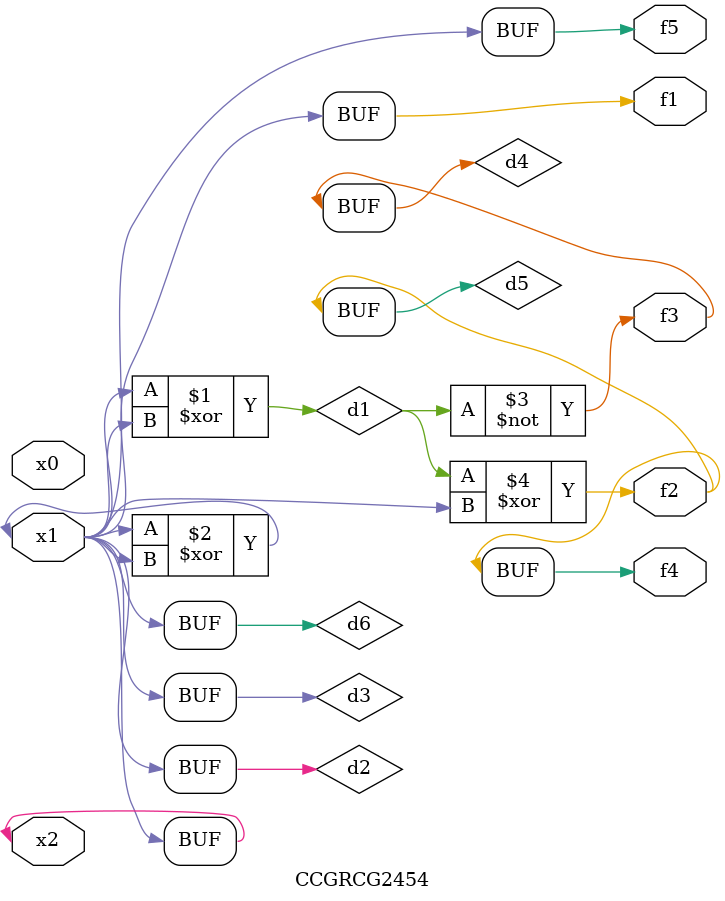
<source format=v>
module CCGRCG2454(
	input x0, x1, x2,
	output f1, f2, f3, f4, f5
);

	wire d1, d2, d3, d4, d5, d6;

	xor (d1, x1, x2);
	buf (d2, x1, x2);
	xor (d3, x1, x2);
	nor (d4, d1);
	xor (d5, d1, d2);
	buf (d6, d2, d3);
	assign f1 = d6;
	assign f2 = d5;
	assign f3 = d4;
	assign f4 = d5;
	assign f5 = d6;
endmodule

</source>
